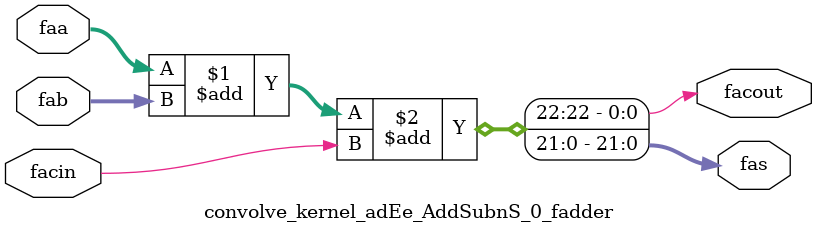
<source format=v>
module convolve_kernel_adEe_AddSubnS_0_fadder 
#(parameter
    N = 22
)(
    input  [N-1 : 0]  faa,
    input  [N-1 : 0]  fab,
    input  wire  facin,
    output [N-1 : 0]  fas,
    output wire  facout
);
assign {facout, fas} = faa + fab + facin;
endmodule
</source>
